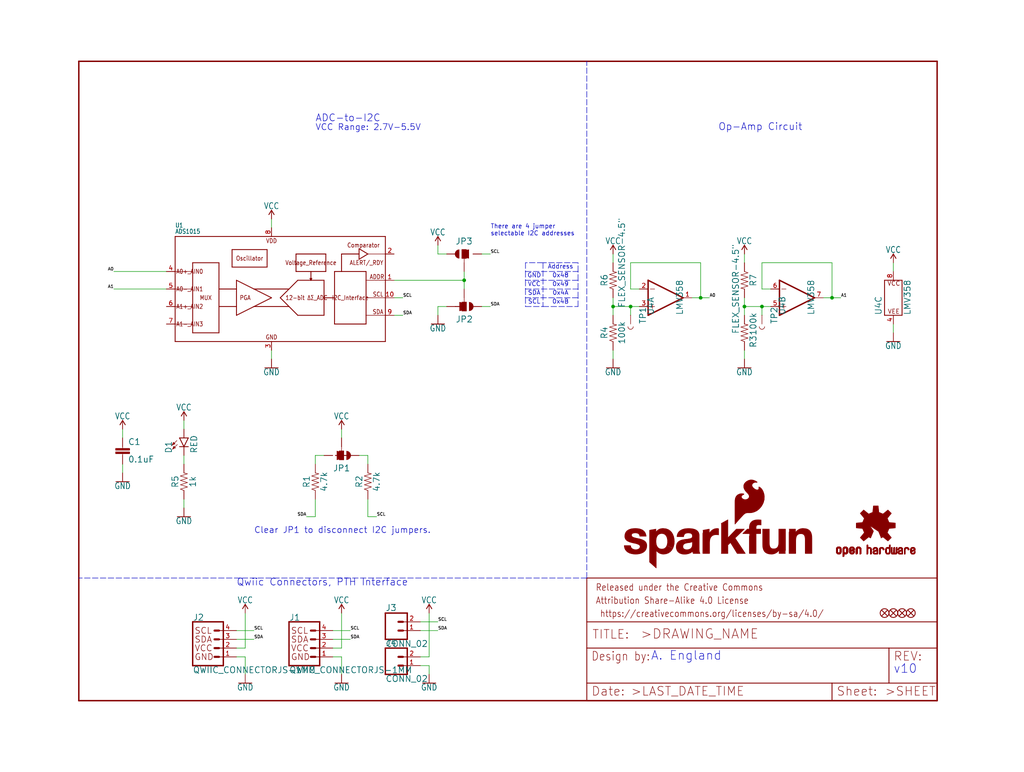
<source format=kicad_sch>
(kicad_sch (version 20211123) (generator eeschema)
  (paper "User" 297.002 223.926)
  (lib_symbols
    (symbol "eagleSchem-eagle-import:0.1UF-0603-25V-(+80{slash}-20%)"
      (property "Reference" "C" (at 1.524 2.921 0))
      (property "Value" "0.1UF-0603-25V-(+80{slash}-20%)" (at 1.524 -2.159 0))
      (symbol "0.1UF-0603-25V-(+80{slash}-20%)_1_0"
        (pin passive line (at 0 5.08 270) (length 2.54) (name "1") (number "1"))
        (pin passive line (at 0 -2.54 90) (length 2.54) (name "2") (number "2"))
      )
    )
    (symbol "eagleSchem-eagle-import:100KOHM-0603-1{slash}10W-1%"
      (property "Reference" "R" (at 0 1.524 0))
      (property "Value" "100KOHM-0603-1{slash}10W-1%" (at 0 -1.524 0))
      (symbol "100KOHM-0603-1{slash}10W-1%_1_0"
        (pin passive line (at -5.08 0 0) (length 2.54) (name "1") (number "1"))
        (pin passive line (at 5.08 0 180) (length 2.54) (name "2") (number "2"))
      )
    )
    (symbol "eagleSchem-eagle-import:1KOHM-0603-1{slash}10W-1%"
      (property "Reference" "R" (at 0 1.524 0))
      (property "Value" "1KOHM-0603-1{slash}10W-1%" (at 0 -1.524 0))
      (symbol "1KOHM-0603-1{slash}10W-1%_1_0"
        (pin passive line (at -5.08 0 0) (length 2.54) (name "1") (number "1"))
        (pin passive line (at 5.08 0 180) (length 2.54) (name "2") (number "2"))
      )
    )
    (symbol "eagleSchem-eagle-import:4.7KOHM-0603-1{slash}10W-1%"
      (property "Reference" "R" (at 0 1.524 0))
      (property "Value" "4.7KOHM-0603-1{slash}10W-1%" (at 0 -1.524 0))
      (symbol "4.7KOHM-0603-1{slash}10W-1%_1_0"
        (pin passive line (at -5.08 0 0) (length 2.54) (name "1") (number "1"))
        (pin passive line (at 5.08 0 180) (length 2.54) (name "2") (number "2"))
      )
    )
    (symbol "eagleSchem-eagle-import:ADS1015"
      (property "Reference" "U" (at 2.54 33.02 0))
      (property "Value" "ADS1015" (at 2.54 31.242 0))
      (symbol "ADS1015_1_0"
        (text "12-bit ΔΣ_ADC" (at 40.64 12.7 0) (effects (font (size 1.27 1.0795))))
        (text "A0+_AIN0" (at 2.794 20.32 0) (effects (font (size 1.27 1.0795)) (justify left)))
        (text "A0-_AIN1" (at 2.794 15.24 0) (effects (font (size 1.27 1.0795)) (justify left)))
        (text "A1+_AIN2" (at 2.794 10.16 0) (effects (font (size 1.27 1.0795)) (justify left)))
        (text "A1-_AIN3" (at 2.794 5.08 0) (effects (font (size 1.27 1.0795)) (justify left)))
        (text "ADDR" (at 63.246 18.034 0) (effects (font (size 1.27 1.0795)) (justify right bottom)))
        (text "ALERT/_RDY" (at 62.992 22.86 0) (effects (font (size 1.27 1.0795)) (justify right)))
        (text "Comparator" (at 57.15 27.94 0) (effects (font (size 1.27 1.0795))))
        (text "GND" (at 30.48 1.27 0) (effects (font (size 1.27 1.0795))))
        (text "I2C_Interface" (at 53.34 12.7 0) (effects (font (size 1.27 1.0795))))
        (text "MUX" (at 11.43 12.7 0) (effects (font (size 1.27 1.0795))))
        (text "Oscillator" (at 24.13 24.13 0) (effects (font (size 1.27 1.0795))))
        (text "PGA" (at 22.86 12.7 0) (effects (font (size 1.27 1.0795))))
        (text "SCL" (at 62.992 12.954 0) (effects (font (size 1.27 1.0795)) (justify right bottom)))
        (text "SDA" (at 62.992 7.874 0) (effects (font (size 1.27 1.0795)) (justify right bottom)))
        (text "VDD" (at 30.48 29.21 0) (effects (font (size 1.27 1.0795))))
        (text "Voltage_Reference" (at 41.91 22.86 0) (effects (font (size 1.27 1.0795))))
        (pin bidirectional line (at 66.04 17.78 180) (length 2.54) (name "ADDR") (number "1"))
        (pin bidirectional line (at 66.04 12.7 180) (length 2.54) (name "SCL") (number "10"))
        (pin bidirectional line (at 66.04 25.4 180) (length 2.54) (name "ALERT/RDY") (number "2"))
        (pin bidirectional line (at 30.48 -2.54 90) (length 2.54) (name "VSS") (number "3"))
        (pin bidirectional line (at 0 20.32 0) (length 2.54) (name "AIN0") (number "4"))
        (pin bidirectional line (at 0 15.24 0) (length 2.54) (name "AIN1") (number "5"))
        (pin bidirectional line (at 0 10.16 0) (length 2.54) (name "AIN2") (number "6"))
        (pin bidirectional line (at 0 5.08 0) (length 2.54) (name "AIN3") (number "7"))
        (pin bidirectional line (at 30.48 33.02 270) (length 2.54) (name "VDD") (number "8"))
        (pin bidirectional line (at 66.04 7.62 180) (length 2.54) (name "SDA") (number "9"))
      )
    )
    (symbol "eagleSchem-eagle-import:CONN_02"
      (property "Reference" "J" (at -2.54 5.588 0))
      (property "Value" "CONN_02" (at -2.54 -4.826 0))
      (symbol "CONN_02_1_0"
        (pin passive line (at 7.62 0 180) (length 5.08) (name "1") (number "1"))
        (pin passive line (at 7.62 2.54 180) (length 5.08) (name "2") (number "2"))
      )
    )
    (symbol "eagleSchem-eagle-import:FIDUCIALUFIDUCIAL")
    (symbol "eagleSchem-eagle-import:FLEX_SENSOR-4.5{dblquote}"
      (property "Reference" "R" (at 0 1.524 0))
      (property "Value" "FLEX_SENSOR-4.5{dblquote}" (at 0 -1.524 0))
      (symbol "FLEX_SENSOR-4.5{dblquote}_1_0"
        (pin passive line (at -5.08 0 0) (length 2.54) (name "1") (number "P$1"))
        (pin passive line (at 5.08 0 180) (length 2.54) (name "2") (number "P$2"))
      )
    )
    (symbol "eagleSchem-eagle-import:FRAME-LETTER"
      (symbol "FRAME-LETTER_2_0"
        (text " https://creativecommons.org/licenses/by-sa/4.0/" (at 2.54 24.13 0) (effects (font (size 1.9304 1.6408)) (justify left bottom)))
        (text ">DRAWING_NAME" (at 15.494 17.78 0) (effects (font (size 2.7432 2.7432)) (justify left bottom)))
        (text ">LAST_DATE_TIME" (at 12.7 1.27 0) (effects (font (size 2.54 2.54)) (justify left bottom)))
        (text ">SHEET" (at 86.36 1.27 0) (effects (font (size 2.54 2.54)) (justify left bottom)))
        (text "Attribution Share-Alike 4.0 License" (at 2.54 27.94 0) (effects (font (size 1.9304 1.6408)) (justify left bottom)))
        (text "Date:" (at 1.27 1.27 0) (effects (font (size 2.54 2.54)) (justify left bottom)))
        (text "Design by:" (at 1.27 11.43 0) (effects (font (size 2.54 2.159)) (justify left bottom)))
        (text "Released under the Creative Commons" (at 2.54 31.75 0) (effects (font (size 1.9304 1.6408)) (justify left bottom)))
        (text "REV:" (at 88.9 11.43 0) (effects (font (size 2.54 2.54)) (justify left bottom)))
        (text "Sheet:" (at 72.39 1.27 0) (effects (font (size 2.54 2.54)) (justify left bottom)))
        (text "TITLE:" (at 1.524 17.78 0) (effects (font (size 2.54 2.54)) (justify left bottom)))
      )
    )
    (symbol "eagleSchem-eagle-import:GND" (power)
      (property "Value" "GND" (at 0 -0.254 0))
      (symbol "GND_1_0"
        (pin power_in line (at 0 2.54 270) (length 2.54) (name "GND") (number "1"))
      )
    )
    (symbol "eagleSchem-eagle-import:JUMPER-SMT_3_1-NC_TRACE_NO-SILK"
      (property "Reference" "JP" (at 2.54 0.381 0))
      (property "Value" "JUMPER-SMT_3_1-NC_TRACE_NO-SILK" (at 2.54 -0.381 0))
      (symbol "JUMPER-SMT_3_1-NC_TRACE_NO-SILK_1_0"
        (pin passive line (at 0 5.08 270) (length 2.54) (name "1") (number "1"))
        (pin passive line (at -5.08 0 0) (length 2.54) (name "2") (number "2"))
        (pin passive line (at 0 -5.08 90) (length 2.54) (name "3") (number "3"))
      )
    )
    (symbol "eagleSchem-eagle-import:JUMPER-SMT_3_2-NC_TRACE_NO-SILK"
      (property "Reference" "JP" (at 2.54 0.381 0))
      (property "Value" "JUMPER-SMT_3_2-NC_TRACE_NO-SILK" (at 2.54 -0.381 0))
      (symbol "JUMPER-SMT_3_2-NC_TRACE_NO-SILK_1_0"
        (pin passive line (at 0 5.08 270) (length 2.54) (name "1") (number "1"))
        (pin passive line (at -5.08 0 0) (length 2.54) (name "2") (number "2"))
        (pin passive line (at 0 -5.08 90) (length 2.54) (name "3") (number "3"))
      )
    )
    (symbol "eagleSchem-eagle-import:JUMPER-SMT_3_NO_NO_SILK"
      (property "Reference" "JP" (at 2.54 0.381 0))
      (property "Value" "JUMPER-SMT_3_NO_NO_SILK" (at 2.54 -0.381 0))
      (symbol "JUMPER-SMT_3_NO_NO_SILK_1_0"
        (pin passive line (at 0 5.08 270) (length 2.54) (name "1") (number "1"))
        (pin passive line (at -5.08 0 0) (length 2.54) (name "2") (number "2"))
        (pin passive line (at 0 -5.08 90) (length 2.54) (name "3") (number "3"))
      )
    )
    (symbol "eagleSchem-eagle-import:LED-RED0603"
      (property "Reference" "D" (at -3.429 -4.572 90))
      (property "Value" "LED-RED0603" (at 1.905 -4.572 90))
      (symbol "LED-RED0603_1_0"
        (pin passive line (at 0 2.54 270) (length 2.54) (name "A") (number "A"))
        (pin passive line (at 0 -5.08 90) (length 2.54) (name "C") (number "C"))
      )
    )
    (symbol "eagleSchem-eagle-import:LMV358SOIC"
      (property "Reference" "U" (at -3.302 -5.08 90))
      (property "Value" "LMV358SOIC" (at 5.08 -5.08 90))
      (symbol "LMV358SOIC_1_0"
        (pin output line (at 7.62 0 180) (length 2.54) (name "OUT") (number "1"))
        (pin input line (at -7.62 2.54 0) (length 2.54) (name "-IN") (number "2"))
        (pin input line (at -7.62 -2.54 0) (length 2.54) (name "+IN") (number "3"))
      )
      (symbol "LMV358SOIC_2_0"
        (pin input line (at -7.62 -2.54 0) (length 2.54) (name "+IN") (number "5"))
        (pin input line (at -7.62 2.54 0) (length 2.54) (name "-IN") (number "6"))
        (pin output line (at 7.62 0 180) (length 2.54) (name "OUT") (number "7"))
      )
      (symbol "LMV358SOIC_3_0"
        (text "VCC" (at 0.127 3.429 0) (effects (font (size 1.27 1.27)) (justify bottom)))
        (text "VEE" (at 0.127 -4.699 0) (effects (font (size 1.27 1.27)) (justify bottom)))
        (pin bidirectional line (at 0 -7.62 90) (length 2.54) (name "P$V-") (number "4"))
        (pin bidirectional line (at 0 7.62 270) (length 2.54) (name "P$V+") (number "8"))
      )
    )
    (symbol "eagleSchem-eagle-import:OSHW-LOGOS")
    (symbol "eagleSchem-eagle-import:QWIIC_CONNECTORJS-1MM"
      (property "Reference" "J" (at -5.08 7.874 0))
      (property "Value" "QWIIC_CONNECTORJS-1MM" (at -5.08 -5.334 0))
      (symbol "QWIIC_CONNECTORJS-1MM_1_0"
        (text "GND" (at -4.572 -2.54 0) (effects (font (size 1.778 1.778)) (justify left)))
        (text "SCL" (at -4.572 5.08 0) (effects (font (size 1.778 1.778)) (justify left)))
        (text "SDA" (at -4.572 2.54 0) (effects (font (size 1.778 1.778)) (justify left)))
        (text "VCC" (at -4.572 0 0) (effects (font (size 1.778 1.778)) (justify left)))
        (pin power_in line (at 7.62 -2.54 180) (length 5.08) (name "1") (number "1"))
        (pin power_in line (at 7.62 0 180) (length 5.08) (name "2") (number "2"))
        (pin passive line (at 7.62 2.54 180) (length 5.08) (name "3") (number "3"))
        (pin passive line (at 7.62 5.08 180) (length 5.08) (name "4") (number "4"))
      )
    )
    (symbol "eagleSchem-eagle-import:SFE_LOGO_FLAME.1_INCH")
    (symbol "eagleSchem-eagle-import:SFE_LOGO_NAME_FLAME.1_INCH")
    (symbol "eagleSchem-eagle-import:TEST-POINT3"
      (property "Reference" "TP" (at -2.54 2.54 0))
      (property "Value" "TEST-POINT3" (at -2.54 -2.54 0))
      (symbol "TEST-POINT3_1_0"
        (pin bidirectional line (at 0 0 180) (length 0) (name "1") (number "P$1"))
      )
    )
    (symbol "eagleSchem-eagle-import:VCC" (power)
      (property "Value" "VCC" (at 0 2.794 0))
      (symbol "VCC_1_0"
        (pin power_in line (at 0 0 90) (length 2.54) (name "VCC") (number "1"))
      )
    )
  )
  (junction (at 203.2 86.36))
  (junction (at 241.3 86.36))
  (junction (at 220.98 88.9))
  (junction (at 134.62 81.28))
  (junction (at 182.88 88.9))
  (junction (at 215.9 88.9))
  (junction (at 177.8 88.9))
  (wire (pts (xy 134.62 81.28) (xy 134.62 83.82)))
  (wire (pts (xy 127 73.66) (xy 129.54 73.66)))
  (wire (pts (xy 203.2 76.2) (xy 203.2 86.36)))
  (polyline (pts (xy 167.64 78.74) (xy 167.64 76.2)))
  (wire (pts (xy 114.3 86.36) (xy 116.84 86.36)))
  (wire (pts (xy 104.14 132.08) (xy 106.68 132.08)))
  (polyline (pts (xy 157.48 88.9) (xy 167.64 88.9)))
  (polyline (pts (xy 152.4 81.28) (xy 152.4 83.82)))
  (wire (pts (xy 215.9 76.2) (xy 215.9 73.66)))
  (wire (pts (xy 139.7 88.9) (xy 142.24 88.9)))
  (wire (pts (xy 78.74 63.5) (xy 78.74 66.04)))
  (polyline (pts (xy 167.64 86.36) (xy 152.4 86.36)))
  (polyline (pts (xy 152.4 76.2) (xy 152.4 78.74)))
  (polyline (pts (xy 167.64 81.28) (xy 167.64 78.74)))
  (wire (pts (xy 215.9 104.14) (xy 215.9 101.6)))
  (wire (pts (xy 68.58 187.96) (xy 71.12 187.96)))
  (wire (pts (xy 124.46 190.5) (xy 124.46 177.8)))
  (wire (pts (xy 203.2 86.36) (xy 200.66 86.36)))
  (wire (pts (xy 220.98 76.2) (xy 241.3 76.2)))
  (polyline (pts (xy 167.64 76.2) (xy 157.48 76.2)))
  (wire (pts (xy 48.26 78.74) (xy 33.02 78.74)))
  (wire (pts (xy 114.3 81.28) (xy 134.62 81.28)))
  (polyline (pts (xy 170.18 167.64) (xy 170.18 17.78)))
  (wire (pts (xy 91.44 149.86) (xy 88.9 149.86)))
  (wire (pts (xy 106.68 132.08) (xy 106.68 134.62)))
  (wire (pts (xy 71.12 190.5) (xy 71.12 195.58)))
  (wire (pts (xy 241.3 86.36) (xy 243.84 86.36)))
  (wire (pts (xy 96.52 182.88) (xy 101.6 182.88)))
  (wire (pts (xy 96.52 190.5) (xy 99.06 190.5)))
  (wire (pts (xy 223.52 88.9) (xy 220.98 88.9)))
  (polyline (pts (xy 167.64 81.28) (xy 152.4 81.28)))
  (wire (pts (xy 134.62 78.74) (xy 134.62 81.28)))
  (wire (pts (xy 182.88 76.2) (xy 203.2 76.2)))
  (wire (pts (xy 68.58 185.42) (xy 73.66 185.42)))
  (polyline (pts (xy 152.4 78.74) (xy 152.4 81.28)))
  (wire (pts (xy 106.68 149.86) (xy 109.22 149.86)))
  (wire (pts (xy 68.58 190.5) (xy 71.12 190.5)))
  (wire (pts (xy 127 71.12) (xy 127 73.66)))
  (wire (pts (xy 259.08 76.2) (xy 259.08 78.74)))
  (wire (pts (xy 223.52 83.82) (xy 220.98 83.82)))
  (wire (pts (xy 215.9 88.9) (xy 215.9 91.44)))
  (wire (pts (xy 220.98 91.44) (xy 220.98 88.9)))
  (wire (pts (xy 203.2 86.36) (xy 205.74 86.36)))
  (wire (pts (xy 220.98 83.82) (xy 220.98 76.2)))
  (polyline (pts (xy 167.64 88.9) (xy 167.64 86.36)))
  (wire (pts (xy 182.88 91.44) (xy 182.88 88.9)))
  (wire (pts (xy 177.8 88.9) (xy 177.8 91.44)))
  (wire (pts (xy 99.06 187.96) (xy 99.06 177.8)))
  (wire (pts (xy 182.88 83.82) (xy 182.88 76.2)))
  (polyline (pts (xy 152.4 78.74) (xy 167.64 78.74)))
  (wire (pts (xy 177.8 73.66) (xy 177.8 76.2)))
  (wire (pts (xy 91.44 144.78) (xy 91.44 149.86)))
  (wire (pts (xy 93.98 132.08) (xy 91.44 132.08)))
  (wire (pts (xy 91.44 132.08) (xy 91.44 134.62)))
  (polyline (pts (xy 157.48 76.2) (xy 157.48 88.9)))
  (wire (pts (xy 121.92 193.04) (xy 124.46 193.04)))
  (wire (pts (xy 35.56 124.46) (xy 35.56 127)))
  (polyline (pts (xy 170.18 167.64) (xy 22.86 167.64)))
  (wire (pts (xy 185.42 83.82) (xy 182.88 83.82)))
  (wire (pts (xy 124.46 193.04) (xy 124.46 195.58)))
  (wire (pts (xy 215.9 86.36) (xy 215.9 88.9)))
  (wire (pts (xy 220.98 88.9) (xy 215.9 88.9)))
  (wire (pts (xy 139.7 73.66) (xy 142.24 73.66)))
  (polyline (pts (xy 167.64 83.82) (xy 167.64 81.28)))
  (wire (pts (xy 106.68 144.78) (xy 106.68 149.86)))
  (wire (pts (xy 121.92 182.88) (xy 127 182.88)))
  (wire (pts (xy 259.08 96.52) (xy 259.08 93.98)))
  (wire (pts (xy 127 88.9) (xy 127 91.44)))
  (polyline (pts (xy 167.64 86.36) (xy 167.64 83.82)))
  (wire (pts (xy 48.26 83.82) (xy 33.02 83.82)))
  (polyline (pts (xy 152.4 88.9) (xy 157.48 88.9)))
  (wire (pts (xy 121.92 190.5) (xy 124.46 190.5)))
  (wire (pts (xy 241.3 86.36) (xy 238.76 86.36)))
  (wire (pts (xy 53.34 134.62) (xy 53.34 132.08)))
  (polyline (pts (xy 152.4 83.82) (xy 167.64 83.82)))
  (wire (pts (xy 129.54 88.9) (xy 127 88.9)))
  (wire (pts (xy 177.8 88.9) (xy 177.8 86.36)))
  (wire (pts (xy 185.42 88.9) (xy 182.88 88.9)))
  (wire (pts (xy 68.58 182.88) (xy 73.66 182.88)))
  (wire (pts (xy 35.56 134.62) (xy 35.56 137.16)))
  (wire (pts (xy 78.74 104.14) (xy 78.74 101.6)))
  (wire (pts (xy 53.34 121.92) (xy 53.34 124.46)))
  (wire (pts (xy 96.52 187.96) (xy 99.06 187.96)))
  (polyline (pts (xy 152.4 83.82) (xy 152.4 86.36)))
  (polyline (pts (xy 157.48 76.2) (xy 152.4 76.2)))
  (wire (pts (xy 96.52 185.42) (xy 101.6 185.42)))
  (wire (pts (xy 99.06 190.5) (xy 99.06 195.58)))
  (wire (pts (xy 177.8 104.14) (xy 177.8 101.6)))
  (wire (pts (xy 99.06 127) (xy 99.06 124.46)))
  (wire (pts (xy 53.34 147.32) (xy 53.34 144.78)))
  (wire (pts (xy 182.88 88.9) (xy 177.8 88.9)))
  (wire (pts (xy 71.12 187.96) (xy 71.12 177.8)))
  (wire (pts (xy 121.92 180.34) (xy 127 180.34)))
  (wire (pts (xy 114.3 91.44) (xy 116.84 91.44)))
  (wire (pts (xy 241.3 76.2) (xy 241.3 86.36)))
  (polyline (pts (xy 152.4 86.36) (xy 152.4 88.9)))
  (text "A. England" (at 188.722 191.77 180) (effects (font (size 2.54 2.54)) (justify left bottom)))
  (text "SCL" (at 154.94 87.63 180) (effects (font (size 1.27 1.27))))
  (text "VCC" (at 154.94 82.55 180) (effects (font (size 1.27 1.27))))
  (text "ADC-to-I2C" (at 91.44 35.56 180) (effects (font (size 2.032 2.032)) (justify left bottom)))
  (text "Op-Amp Circuit" (at 208.28 38.1 180) (effects (font (size 2.032 2.032)) (justify left bottom)))
  (text "GND" (at 154.94 80.01 180) (effects (font (size 1.27 1.27))))
  (text "Qwiic Connectors, PTH Interface" (at 68.58 170.18 180) (effects (font (size 2.032 2.032)) (justify left bottom)))
  (text "0x49" (at 162.56 82.55 180) (effects (font (size 1.27 1.27))))
  (text "0x4A" (at 162.56 85.09 180) (effects (font (size 1.27 1.27))))
  (text "VCC Range: 2.7V-5.5V" (at 91.44 38.1 180) (effects (font (size 1.778 1.778)) (justify left bottom)))
  (text "There are 4 jumper\nselectable I2C addresses" (at 142.24 68.58 180) (effects (font (size 1.27 1.27)) (justify left bottom)))
  (text "Clear JP1 to disconnect I2C jumpers." (at 73.66 154.94 180) (effects (font (size 1.778 1.778)) (justify left bottom)))
  (text "0x48" (at 162.56 80.01 180) (effects (font (size 1.27 1.27))))
  (text "v10" (at 259.08 195.58 180) (effects (font (size 2.54 2.54)) (justify left bottom)))
  (text "SDA" (at 154.94 85.09 180) (effects (font (size 1.27 1.27))))
  (text "Address" (at 162.56 77.47 180) (effects (font (size 1.27 1.27))))
  (text "0x4B" (at 162.56 87.63 180) (effects (font (size 1.27 1.27))))
  (label "SCL" (at 101.6 182.88 0) (effects (font (size 0.889 0.889))))
  (label "SDA" (at 73.66 185.42 0) (effects (font (size 0.889 0.889))))
  (label "A1" (at 243.84 86.36 0) (effects (font (size 0.889 0.889))))
  (label "SDA" (at 88.9 149.86 180) (effects (font (size 0.889 0.889))))
  (label "SDA" (at 127 182.88 0) (effects (font (size 0.889 0.889))))
  (label "SDA" (at 142.24 88.9 0) (effects (font (size 0.889 0.889))))
  (label "SDA" (at 116.84 91.44 0) (effects (font (size 0.889 0.889))))
  (label "A0" (at 33.02 78.74 180) (effects (font (size 0.889 0.889))))
  (label "SCL" (at 73.66 182.88 0) (effects (font (size 0.889 0.889))))
  (label "SDA" (at 101.6 185.42 0) (effects (font (size 0.889 0.889))))
  (label "SCL" (at 142.24 73.66 0) (effects (font (size 0.889 0.889))))
  (label "SCL" (at 116.84 86.36 0) (effects (font (size 0.889 0.889))))
  (label "A1" (at 33.02 83.82 180) (effects (font (size 0.889 0.889))))
  (label "SCL" (at 127 180.34 0) (effects (font (size 0.889 0.889))))
  (label "SCL" (at 109.22 149.86 0) (effects (font (size 0.889 0.889))))
  (label "A0" (at 205.74 86.36 0) (effects (font (size 0.889 0.889))))
  (symbol (lib_id "eagleSchem-eagle-import:FIDUCIALUFIDUCIAL") (at 256.54 177.8 0) (unit 1)
    (property "Reference" "FD1" (effects hide))
    (property "Value" "FIDUCIALUFIDUCIAL" (effects hide))
    (property "Footprint" "eagleSchem:FIDUCIAL-MICRO" (effects hide))
  )
  (symbol (lib_id "eagleSchem-eagle-import:QWIIC_CONNECTORJS-1MM") (at 88.9 187.96 0) (unit 1)
    (property "Reference" "J1" (at 83.82 180.086 0) (effects (font (size 1.778 1.778)) (justify left bottom)))
    (property "Value" "QWIIC_CONNECTORJS-1MM" (at 83.82 193.294 0) (effects (font (size 1.778 1.778)) (justify left top)))
    (property "Footprint" "eagleSchem:1X04_1MM_RA" (effects hide))
  )
  (symbol (lib_id "eagleSchem-eagle-import:VCC") (at 99.06 177.8 0) (unit 1)
    (property "Reference" "#SUPPLY5" (effects hide))
    (property "Value" "VCC" (at 99.06 175.006 0) (effects (font (size 1.778 1.5113)) (justify bottom)))
    (property "Footprint" "eagleSchem:" (effects hide))
  )
  (symbol (lib_id "eagleSchem-eagle-import:SFE_LOGO_FLAME.1_INCH") (at 212.852 152.4 0) (unit 1)
    (property "Reference" "LOGO3" (effects hide))
    (property "Value" "SFE_LOGO_FLAME.1_INCH" (effects hide))
    (property "Footprint" "eagleSchem:SFE_LOGO_FLAME_.1" (effects hide))
  )
  (symbol (lib_id "eagleSchem-eagle-import:FIDUCIALUFIDUCIAL") (at 259.08 177.8 0) (unit 1)
    (property "Reference" "FD2" (effects hide))
    (property "Value" "FIDUCIALUFIDUCIAL" (effects hide))
    (property "Footprint" "eagleSchem:FIDUCIAL-MICRO" (effects hide))
  )
  (symbol (lib_id "eagleSchem-eagle-import:VCC") (at 78.74 63.5 0) (unit 1)
    (property "Reference" "#SUPPLY10" (effects hide))
    (property "Value" "VCC" (at 78.74 60.706 0) (effects (font (size 1.778 1.5113)) (justify bottom)))
    (property "Footprint" "eagleSchem:" (effects hide))
  )
  (symbol (lib_id "eagleSchem-eagle-import:4.7KOHM-0603-1{slash}10W-1%") (at 91.44 139.7 90) (unit 1)
    (property "Reference" "R1" (at 89.916 139.7 0) (effects (font (size 1.778 1.778)) (justify bottom)))
    (property "Value" "4.7k" (at 92.964 139.7 0) (effects (font (size 1.778 1.778)) (justify top)))
    (property "Footprint" "eagleSchem:0603" (effects hide))
  )
  (symbol (lib_id "eagleSchem-eagle-import:FIDUCIALUFIDUCIAL") (at 261.62 177.8 0) (unit 1)
    (property "Reference" "FD3" (effects hide))
    (property "Value" "FIDUCIALUFIDUCIAL" (effects hide))
    (property "Footprint" "eagleSchem:FIDUCIAL-MICRO" (effects hide))
  )
  (symbol (lib_id "eagleSchem-eagle-import:VCC") (at 124.46 177.8 0) (unit 1)
    (property "Reference" "#SUPPLY9" (effects hide))
    (property "Value" "VCC" (at 124.46 175.006 0) (effects (font (size 1.778 1.5113)) (justify bottom)))
    (property "Footprint" "eagleSchem:" (effects hide))
  )
  (symbol (lib_id "eagleSchem-eagle-import:TEST-POINT3") (at 220.98 91.44 270) (unit 1)
    (property "Reference" "TP2" (at 223.52 88.9 0) (effects (font (size 1.778 1.778)) (justify left bottom)))
    (property "Value" "TEST-POINT3" (effects hide))
    (property "Footprint" "eagleSchem:PAD.03X.03" (effects hide))
  )
  (symbol (lib_id "eagleSchem-eagle-import:LMV358SOIC") (at 231.14 86.36 0) (unit 2)
    (property "Reference" "U4" (at 227.838 91.44 90) (effects (font (size 1.778 1.778)) (justify left bottom)))
    (property "Value" "LMV358" (at 236.22 91.44 90) (effects (font (size 1.778 1.778)) (justify left bottom)))
    (property "Footprint" "eagleSchem:SO08" (effects hide))
  )
  (symbol (lib_id "eagleSchem-eagle-import:VCC") (at 53.34 121.92 0) (unit 1)
    (property "Reference" "#SUPPLY11" (effects hide))
    (property "Value" "VCC" (at 53.34 119.126 0) (effects (font (size 1.778 1.5113)) (justify bottom)))
    (property "Footprint" "eagleSchem:" (effects hide))
  )
  (symbol (lib_id "eagleSchem-eagle-import:GND") (at 99.06 198.12 0) (unit 1)
    (property "Reference" "#GND5" (effects hide))
    (property "Value" "GND" (at 99.06 198.374 0) (effects (font (size 1.778 1.5113)) (justify top)))
    (property "Footprint" "eagleSchem:" (effects hide))
  )
  (symbol (lib_id "eagleSchem-eagle-import:JUMPER-SMT_3_1-NC_TRACE_NO-SILK") (at 134.62 88.9 270) (unit 1)
    (property "Reference" "JP2" (at 132.08 93.599 90) (effects (font (size 1.778 1.778)) (justify left bottom)))
    (property "Value" "JUMPER-SMT_3_1-NC_TRACE_NO-SILK" (effects hide))
    (property "Footprint" "eagleSchem:SMT-JUMPER_3_1-NC_TRACE_NO-SILK" (effects hide))
  )
  (symbol (lib_id "eagleSchem-eagle-import:GND") (at 177.8 106.68 0) (unit 1)
    (property "Reference" "#GND4" (effects hide))
    (property "Value" "GND" (at 177.8 106.934 0) (effects (font (size 1.778 1.5113)) (justify top)))
    (property "Footprint" "eagleSchem:" (effects hide))
  )
  (symbol (lib_id "eagleSchem-eagle-import:GND") (at 35.56 139.7 0) (unit 1)
    (property "Reference" "#GND1" (effects hide))
    (property "Value" "GND" (at 35.56 139.954 0) (effects (font (size 1.778 1.5113)) (justify top)))
    (property "Footprint" "eagleSchem:" (effects hide))
  )
  (symbol (lib_id "eagleSchem-eagle-import:VCC") (at 127 71.12 0) (unit 1)
    (property "Reference" "#SUPPLY8" (effects hide))
    (property "Value" "VCC" (at 127 68.326 0) (effects (font (size 1.778 1.5113)) (justify bottom)))
    (property "Footprint" "eagleSchem:" (effects hide))
  )
  (symbol (lib_id "eagleSchem-eagle-import:TEST-POINT3") (at 182.88 91.44 270) (unit 1)
    (property "Reference" "TP1" (at 185.42 88.9 0) (effects (font (size 1.778 1.778)) (justify left bottom)))
    (property "Value" "TEST-POINT3" (effects hide))
    (property "Footprint" "eagleSchem:PAD.03X.03" (effects hide))
  )
  (symbol (lib_id "eagleSchem-eagle-import:GND") (at 53.34 149.86 0) (unit 1)
    (property "Reference" "#GND10" (effects hide))
    (property "Value" "GND" (at 53.34 150.114 0) (effects (font (size 1.778 1.5113)) (justify top)))
    (property "Footprint" "eagleSchem:" (effects hide))
  )
  (symbol (lib_id "eagleSchem-eagle-import:FRAME-LETTER") (at 170.18 203.2 0) (unit 2)
    (property "Reference" "FRAME1" (effects hide))
    (property "Value" "FRAME-LETTER" (effects hide))
    (property "Footprint" "eagleSchem:CREATIVE_COMMONS" (effects hide))
  )
  (symbol (lib_id "eagleSchem-eagle-import:ADS1015") (at 48.26 99.06 0) (unit 1)
    (property "Reference" "U1" (at 50.8 66.04 0) (effects (font (size 1.27 1.0795)) (justify left bottom)))
    (property "Value" "ADS1015" (at 50.8 67.818 0) (effects (font (size 1.27 1.0795)) (justify left bottom)))
    (property "Footprint" "eagleSchem:MSOP10" (effects hide))
  )
  (symbol (lib_id "eagleSchem-eagle-import:FLEX_SENSOR-4.5{dblquote}") (at 215.9 81.28 270) (unit 1)
    (property "Reference" "R7" (at 217.424 81.28 0) (effects (font (size 1.778 1.778)) (justify bottom)))
    (property "Value" "FLEX_SENSOR-4.5{dblquote}" (at 214.376 83.82 0) (effects (font (size 1.778 1.778)) (justify top)))
    (property "Footprint" "eagleSchem:FLEX_SENSOR" (effects hide))
  )
  (symbol (lib_id "eagleSchem-eagle-import:GND") (at 78.74 106.68 0) (unit 1)
    (property "Reference" "#GND9" (effects hide))
    (property "Value" "GND" (at 78.74 106.934 0) (effects (font (size 1.778 1.5113)) (justify top)))
    (property "Footprint" "eagleSchem:" (effects hide))
  )
  (symbol (lib_id "eagleSchem-eagle-import:JUMPER-SMT_3_2-NC_TRACE_NO-SILK") (at 99.06 132.08 270) (unit 1)
    (property "Reference" "JP1" (at 96.52 136.779 90) (effects (font (size 1.778 1.778)) (justify left bottom)))
    (property "Value" "JUMPER-SMT_3_2-NC_TRACE_NO-SILK" (effects hide))
    (property "Footprint" "eagleSchem:SMT-JUMPER_3_2-NC_TRACE_NO-SILK" (effects hide))
  )
  (symbol (lib_id "eagleSchem-eagle-import:VCC") (at 71.12 177.8 0) (unit 1)
    (property "Reference" "#SUPPLY7" (effects hide))
    (property "Value" "VCC" (at 71.12 175.006 0) (effects (font (size 1.778 1.5113)) (justify bottom)))
    (property "Footprint" "eagleSchem:" (effects hide))
  )
  (symbol (lib_id "eagleSchem-eagle-import:0.1UF-0603-25V-(+80{slash}-20%)") (at 35.56 132.08 0) (unit 1)
    (property "Reference" "C1" (at 37.084 129.159 0) (effects (font (size 1.778 1.778)) (justify left bottom)))
    (property "Value" "0.1uF" (at 37.084 134.239 0) (effects (font (size 1.778 1.778)) (justify left bottom)))
    (property "Footprint" "eagleSchem:0603" (effects hide))
  )
  (symbol (lib_id "eagleSchem-eagle-import:LMV358SOIC") (at 259.08 86.36 0) (unit 3)
    (property "Reference" "U4" (at 255.778 91.44 90) (effects (font (size 1.778 1.778)) (justify left bottom)))
    (property "Value" "LMV358" (at 264.16 91.44 90) (effects (font (size 1.778 1.778)) (justify left bottom)))
    (property "Footprint" "eagleSchem:SO08" (effects hide))
  )
  (symbol (lib_id "eagleSchem-eagle-import:4.7KOHM-0603-1{slash}10W-1%") (at 106.68 139.7 90) (unit 1)
    (property "Reference" "R2" (at 105.156 139.7 0) (effects (font (size 1.778 1.778)) (justify bottom)))
    (property "Value" "4.7k" (at 108.204 139.7 0) (effects (font (size 1.778 1.778)) (justify top)))
    (property "Footprint" "eagleSchem:0603" (effects hide))
  )
  (symbol (lib_id "eagleSchem-eagle-import:100KOHM-0603-1{slash}10W-1%") (at 177.8 96.52 90) (unit 1)
    (property "Reference" "R4" (at 176.276 96.52 0) (effects (font (size 1.778 1.778)) (justify bottom)))
    (property "Value" "100k" (at 179.324 96.52 0) (effects (font (size 1.778 1.778)) (justify top)))
    (property "Footprint" "eagleSchem:0603" (effects hide))
  )
  (symbol (lib_id "eagleSchem-eagle-import:VCC") (at 215.9 73.66 0) (unit 1)
    (property "Reference" "#SUPPLY3" (effects hide))
    (property "Value" "VCC" (at 215.9 70.866 0) (effects (font (size 1.778 1.5113)) (justify bottom)))
    (property "Footprint" "eagleSchem:" (effects hide))
  )
  (symbol (lib_id "eagleSchem-eagle-import:CONN_02") (at 114.3 193.04 0) (unit 1)
    (property "Reference" "J4" (at 111.76 187.452 0) (effects (font (size 1.778 1.778)) (justify left bottom)))
    (property "Value" "CONN_02" (at 111.76 197.866 0) (effects (font (size 1.778 1.778)) (justify left bottom)))
    (property "Footprint" "eagleSchem:1X02" (effects hide))
  )
  (symbol (lib_id "eagleSchem-eagle-import:FRAME-LETTER") (at 22.86 203.2 0) (unit 1)
    (property "Reference" "FRAME1" (effects hide))
    (property "Value" "FRAME-LETTER" (effects hide))
    (property "Footprint" "eagleSchem:CREATIVE_COMMONS" (effects hide))
  )
  (symbol (lib_id "eagleSchem-eagle-import:FLEX_SENSOR-4.5{dblquote}") (at 177.8 81.28 90) (unit 1)
    (property "Reference" "R6" (at 176.276 81.28 0) (effects (font (size 1.778 1.778)) (justify bottom)))
    (property "Value" "FLEX_SENSOR-4.5{dblquote}" (at 179.324 76.2 0) (effects (font (size 1.778 1.778)) (justify top)))
    (property "Footprint" "eagleSchem:FLEX_SENSOR" (effects hide))
  )
  (symbol (lib_id "eagleSchem-eagle-import:VCC") (at 35.56 124.46 0) (unit 1)
    (property "Reference" "#SUPPLY1" (effects hide))
    (property "Value" "VCC" (at 35.56 121.666 0) (effects (font (size 1.778 1.5113)) (justify bottom)))
    (property "Footprint" "eagleSchem:" (effects hide))
  )
  (symbol (lib_id "eagleSchem-eagle-import:SFE_LOGO_NAME_FLAME.1_INCH") (at 180.34 165.1 0) (unit 1)
    (property "Reference" "LOGO1" (effects hide))
    (property "Value" "SFE_LOGO_NAME_FLAME.1_INCH" (effects hide))
    (property "Footprint" "eagleSchem:SFE_LOGO_NAME_FLAME_.1" (effects hide))
  )
  (symbol (lib_id "eagleSchem-eagle-import:CONN_02") (at 114.3 182.88 0) (unit 1)
    (property "Reference" "J3" (at 111.76 177.292 0) (effects (font (size 1.778 1.778)) (justify left bottom)))
    (property "Value" "CONN_02" (at 111.76 187.706 0) (effects (font (size 1.778 1.778)) (justify left bottom)))
    (property "Footprint" "eagleSchem:1X02" (effects hide))
  )
  (symbol (lib_id "eagleSchem-eagle-import:GND") (at 124.46 198.12 0) (unit 1)
    (property "Reference" "#GND8" (effects hide))
    (property "Value" "GND" (at 124.46 198.374 0) (effects (font (size 1.778 1.5113)) (justify top)))
    (property "Footprint" "eagleSchem:" (effects hide))
  )
  (symbol (lib_id "eagleSchem-eagle-import:GND") (at 215.9 106.68 0) (unit 1)
    (property "Reference" "#GND3" (effects hide))
    (property "Value" "GND" (at 215.9 106.934 0) (effects (font (size 1.778 1.5113)) (justify top)))
    (property "Footprint" "eagleSchem:" (effects hide))
  )
  (symbol (lib_id "eagleSchem-eagle-import:JUMPER-SMT_3_NO_NO_SILK") (at 134.62 73.66 90) (unit 1)
    (property "Reference" "JP3" (at 137.16 68.961 90) (effects (font (size 1.778 1.778)) (justify left bottom)))
    (property "Value" "JUMPER-SMT_3_NO_NO_SILK" (effects hide))
    (property "Footprint" "eagleSchem:SMT-JUMPER_3_0-NO_TRACE_NO-SILK" (effects hide))
  )
  (symbol (lib_id "eagleSchem-eagle-import:1KOHM-0603-1{slash}10W-1%") (at 53.34 139.7 90) (unit 1)
    (property "Reference" "R5" (at 51.816 139.7 0) (effects (font (size 1.778 1.778)) (justify bottom)))
    (property "Value" "1k" (at 54.864 139.7 0) (effects (font (size 1.778 1.778)) (justify top)))
    (property "Footprint" "eagleSchem:0603" (effects hide))
  )
  (symbol (lib_id "eagleSchem-eagle-import:VCC") (at 177.8 73.66 0) (unit 1)
    (property "Reference" "#SUPPLY4" (effects hide))
    (property "Value" "VCC" (at 177.8 70.866 0) (effects (font (size 1.778 1.5113)) (justify bottom)))
    (property "Footprint" "eagleSchem:" (effects hide))
  )
  (symbol (lib_id "eagleSchem-eagle-import:OSHW-LOGOS") (at 254 152.4 0) (unit 1)
    (property "Reference" "LOGO2" (effects hide))
    (property "Value" "OSHW-LOGOS" (effects hide))
    (property "Footprint" "eagleSchem:OSHW-LOGO-S" (effects hide))
  )
  (symbol (lib_id "eagleSchem-eagle-import:GND") (at 127 93.98 0) (unit 1)
    (property "Reference" "#GND7" (effects hide))
    (property "Value" "GND" (at 127 94.234 0) (effects (font (size 1.778 1.5113)) (justify top)))
    (property "Footprint" "eagleSchem:" (effects hide))
  )
  (symbol (lib_id "eagleSchem-eagle-import:LMV358SOIC") (at 193.04 86.36 0) (unit 1)
    (property "Reference" "U4" (at 189.738 91.44 90) (effects (font (size 1.778 1.778)) (justify left bottom)))
    (property "Value" "LMV358" (at 198.12 91.44 90) (effects (font (size 1.778 1.778)) (justify left bottom)))
    (property "Footprint" "eagleSchem:SO08" (effects hide))
  )
  (symbol (lib_id "eagleSchem-eagle-import:GND") (at 71.12 198.12 0) (unit 1)
    (property "Reference" "#GND2" (effects hide))
    (property "Value" "GND" (at 71.12 198.374 0) (effects (font (size 1.778 1.5113)) (justify top)))
    (property "Footprint" "eagleSchem:" (effects hide))
  )
  (symbol (lib_id "eagleSchem-eagle-import:VCC") (at 99.06 124.46 0) (unit 1)
    (property "Reference" "#SUPPLY2" (effects hide))
    (property "Value" "VCC" (at 99.06 121.666 0) (effects (font (size 1.778 1.5113)) (justify bottom)))
    (property "Footprint" "eagleSchem:" (effects hide))
  )
  (symbol (lib_id "eagleSchem-eagle-import:100KOHM-0603-1{slash}10W-1%") (at 215.9 96.52 90) (unit 1)
    (property "Reference" "R3" (at 219.456 99.06 0) (effects (font (size 1.778 1.778)) (justify bottom)))
    (property "Value" "100k" (at 217.424 93.98 0) (effects (font (size 1.778 1.778)) (justify top)))
    (property "Footprint" "eagleSchem:0603" (effects hide))
  )
  (symbol (lib_id "eagleSchem-eagle-import:VCC") (at 259.08 76.2 0) (unit 1)
    (property "Reference" "#SUPPLY6" (effects hide))
    (property "Value" "VCC" (at 259.08 73.406 0) (effects (font (size 1.778 1.5113)) (justify bottom)))
    (property "Footprint" "eagleSchem:" (effects hide))
  )
  (symbol (lib_id "eagleSchem-eagle-import:LED-RED0603") (at 53.34 127 0) (unit 1)
    (property "Reference" "D1" (at 49.911 131.572 90) (effects (font (size 1.778 1.778)) (justify left bottom)))
    (property "Value" "RED" (at 55.245 131.572 90) (effects (font (size 1.778 1.778)) (justify left top)))
    (property "Footprint" "eagleSchem:LED-0603" (effects hide))
  )
  (symbol (lib_id "eagleSchem-eagle-import:FIDUCIALUFIDUCIAL") (at 264.16 177.8 0) (unit 1)
    (property "Reference" "FD4" (effects hide))
    (property "Value" "FIDUCIALUFIDUCIAL" (effects hide))
    (property "Footprint" "eagleSchem:FIDUCIAL-MICRO" (effects hide))
  )
  (symbol (lib_id "eagleSchem-eagle-import:GND") (at 259.08 99.06 0) (unit 1)
    (property "Reference" "#GND6" (effects hide))
    (property "Value" "GND" (at 259.08 99.314 0) (effects (font (size 1.778 1.5113)) (justify top)))
    (property "Footprint" "eagleSchem:" (effects hide))
  )
  (symbol (lib_id "eagleSchem-eagle-import:QWIIC_CONNECTORJS-1MM") (at 60.96 187.96 0) (unit 1)
    (property "Reference" "J2" (at 55.88 180.086 0) (effects (font (size 1.778 1.778)) (justify left bottom)))
    (property "Value" "QWIIC_CONNECTORJS-1MM" (at 55.88 193.294 0) (effects (font (size 1.778 1.778)) (justify left top)))
    (property "Footprint" "eagleSchem:1X04_1MM_RA" (effects hide))
  )
)
</source>
